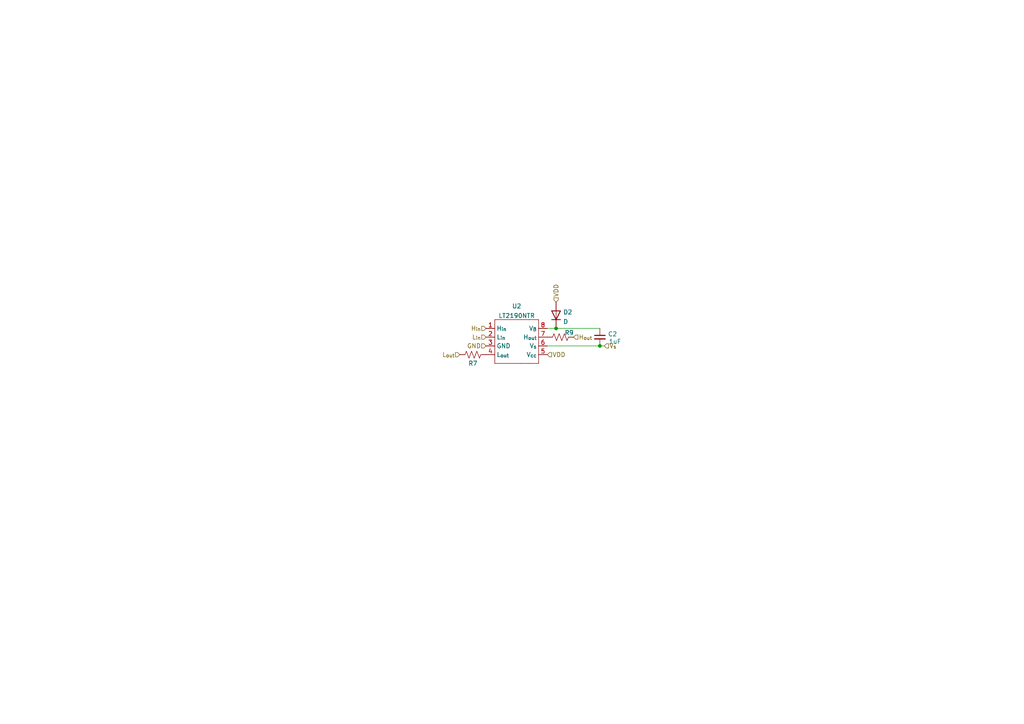
<source format=kicad_sch>
(kicad_sch (version 20211123) (generator eeschema)
  (paper "A4")
  (lib_symbols
    (symbol "Device:C_Small" (pin_numbers hide) (pin_names (offset 0.254) hide)
      (property "Reference" "C" (at 0.254 1.778 0))
      (property "Value" "C_Small" (at 0.254 -2.032 0))
      (symbol "C_Small_0_1"
        (polyline (pts (xy -1.524 -0.508) (xy 1.524 -0.508)) (stroke (width 0.3302)))
        (polyline (pts (xy -1.524 0.508) (xy 1.524 0.508)) (stroke (width 0.3048)))
      )
      (symbol "C_Small_1_1"
        (pin passive line (at 0 2.54 270) (length 2.032) (name "~") (number "1"))
        (pin passive line (at 0 -2.54 90) (length 2.032) (name "~") (number "2"))
      )
    )
    (symbol "Device:D" (pin_numbers hide) (pin_names (offset 1.016) hide)
      (property "Reference" "D" (at 0 2.54 0))
      (property "Value" "D" (at 0 -2.54 0))
      (symbol "D_0_1"
        (polyline (pts (xy -1.27 1.27) (xy -1.27 -1.27)) (stroke (width 0.254)))
        (polyline (pts (xy 1.27 0) (xy -1.27 0)))
        (polyline (pts (xy 1.27 1.27) (xy 1.27 -1.27) (xy -1.27 0) (xy 1.27 1.27)) (stroke (width 0.254)))
      )
      (symbol "D_1_1"
        (pin passive line (at -3.81 0 0) (length 2.54) (name "K") (number "1"))
        (pin passive line (at 3.81 0 180) (length 2.54) (name "A") (number "2"))
      )
    )
    (symbol "Device:R_US" (pin_numbers hide) (pin_names (offset 0))
      (property "Reference" "R" (at 2.54 0 90))
      (property "Value" "R_US" (at -2.54 0 90))
      (symbol "R_US_0_1"
        (polyline (pts (xy 0 -2.286) (xy 0 -2.54)))
        (polyline (pts (xy 0 2.286) (xy 0 2.54)))
        (polyline (pts (xy 0 -0.762) (xy 1.016 -1.143) (xy 0 -1.524) (xy -1.016 -1.905) (xy 0 -2.286)))
        (polyline (pts (xy 0 0.762) (xy 1.016 0.381) (xy 0 0) (xy -1.016 -0.381) (xy 0 -0.762)))
        (polyline (pts (xy 0 2.286) (xy 1.016 1.905) (xy 0 1.524) (xy -1.016 1.143) (xy 0 0.762)))
      )
      (symbol "R_US_1_1"
        (pin passive line (at 0 3.81 270) (length 1.27) (name "~") (number "1"))
        (pin passive line (at 0 -3.81 90) (length 1.27) (name "~") (number "2"))
      )
    )
    (symbol "OpenMC:LT2190NTR"
      (property "Reference" "U" (at 1.27 -8.89 0))
      (property "Value" "LT2190NTR" (at 1.27 -11.43 0))
      (symbol "LT2190NTR_0_1"
        (rectangle (start -6.35 -6.35) (end 1.27 -6.35) (stroke (width 0.1524)))
        (rectangle (start -6.35 -3.81) (end -6.35 -6.35) (stroke (width 0.1524)))
        (rectangle (start -6.35 3.81) (end -6.35 -3.81) (stroke (width 0.1524)))
        (rectangle (start -6.35 3.81) (end -6.35 6.35) (stroke (width 0.1524)))
        (rectangle (start -6.35 6.35) (end 1.27 6.35) (stroke (width 0.1524)))
        (rectangle (start 1.27 6.35) (end 3.81 6.35) (stroke (width 0.1524)))
        (rectangle (start 3.81 -6.35) (end 1.27 -6.35) (stroke (width 0.1524)))
        (rectangle (start 3.81 -6.35) (end 6.35 -6.35) (stroke (width 0.1524)))
        (rectangle (start 6.35 -3.81) (end 6.35 -6.35) (stroke (width 0.1524)))
        (rectangle (start 6.35 -3.81) (end 6.35 3.81) (stroke (width 0.1524)))
        (rectangle (start 6.35 3.81) (end 6.35 6.35) (stroke (width 0.1524)))
        (rectangle (start 6.35 6.35) (end 3.81 6.35) (stroke (width 0.1524)))
      )
      (symbol "LT2190NTR_1_1"
        (pin input line (at -8.89 3.81 0) (length 2.54) (name "H_{in}") (number "1"))
        (pin input line (at -8.89 1.27 0) (length 2.54) (name "L_{in}") (number "2"))
        (pin power_out line (at -8.89 -1.27 0) (length 2.54) (name "GND") (number "3"))
        (pin output line (at -8.89 -3.81 0) (length 2.54) (name "L_{out}") (number "4"))
        (pin power_in line (at 8.89 -3.81 180) (length 2.54) (name "V_{cc}") (number "5"))
        (pin power_in line (at 8.89 -1.27 180) (length 2.54) (name "V_{s}") (number "6"))
        (pin output line (at 8.89 1.27 180) (length 2.54) (name "H_{out}") (number "7"))
        (pin power_in line (at 8.89 3.81 180) (length 2.54) (name "V_{B}") (number "8"))
      )
    )
  )
  (junction (at 161.29 95.25))
  (junction (at 173.99 100.33))
  (wire (pts (xy 161.29 95.25) (xy 158.75 95.25)))
  (wire (pts (xy 173.99 100.33) (xy 158.75 100.33)))
  (wire (pts (xy 161.29 95.25) (xy 173.99 95.25)))
  (wire (pts (xy 175.26 100.33) (xy 173.99 100.33)))
  (hierarchical_label "VDD" (shape input) (at 161.29 87.63 90))
  (hierarchical_label "H_{in}" (shape input) (at 140.97 95.25 180))
  (hierarchical_label "H_{out}" (shape input) (at 166.37 97.79 0))
  (hierarchical_label "GND" (shape input) (at 140.97 100.33 180))
  (hierarchical_label "L_{out}" (shape input) (at 133.35 102.87 180))
  (hierarchical_label "VDD" (shape input) (at 158.75 102.87 0))
  (hierarchical_label "L_{in}" (shape input) (at 140.97 97.79 180))
  (hierarchical_label "V_{s}" (shape input) (at 175.26 100.33 0))
  (symbol (lib_id "OpenMC:LT2190NTR") (at 149.86 99.06 0)
    (property "Reference" "U2" (at 149.86 88.7943 0))
    (property "Value" "LT2190NTR" (at 149.86 91.5694 0))
    (property "Footprint" "Package_SO:SOIC-8_3.9x4.9mm_P1.27mm" (effects hide))
    (property "Datasheet" "https://www.mouser.com/datasheet/2/240/Littelfuse_Gate_Drivers_LF2190N_Datasheet-2635946.pdf" (effects hide))
  )
  (symbol (lib_id "Device:R_US") (at 137.16 102.87 90)
    (property "Reference" "R7" (at 137.16 105.41 90))
    (property "Value" "10" (effects hide))
    (property "Footprint" "Resistor_SMD:R_1206_3216Metric" (effects hide))
  )
  (symbol (lib_id "Device:C_Small") (at 173.99 97.79 0)
    (property "Reference" "C2" (at 176.3141 96.8878 0) (effects (justify left)))
    (property "Value" "1uF" (at 176.53 99.06 0) (effects (justify left)))
    (property "Footprint" "Resistor_SMD:R_0603_1608Metric" (effects hide))
  )
  (symbol (lib_id "Device:D") (at 161.29 91.44 90)
    (property "Reference" "D2" (at 163.322 90.5315 90) (effects (justify right)))
    (property "Value" "D" (at 163.322 93.3066 90) (effects (justify right)))
    (property "Footprint" "Diode_SMD:D_1206_3216Metric" (effects hide))
  )
  (symbol (lib_id "Device:R_US") (at 162.56 97.79 90)
    (property "Reference" "R9" (at 165.1 96.52 90))
    (property "Value" "10" (effects hide))
    (property "Footprint" "Resistor_SMD:R_1206_3216Metric" (effects hide))
  )
)
</source>
